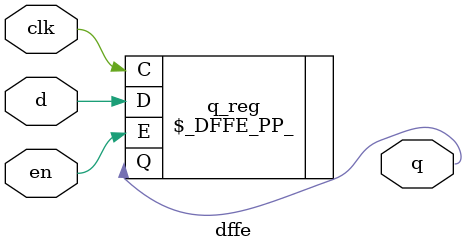
<source format=v>
/* Generated by Yosys 0.55+46 (git sha1 aa1daa702, g++ 11.4.0-1ubuntu1~22.04 -fPIC -O3) */

(* top =  1  *)
(* src = "dut.sv:6.1-15.10" *)
module dffe(d, clk, en, q);
  (* src = "dut.sv:6.23-6.26" *)
  input clk;
  wire clk;
  (* src = "dut.sv:6.20-6.21" *)
  input d;
  wire d;
  (* src = "dut.sv:6.28-6.30" *)
  input en;
  wire en;
  (* init = 1'h0 *)
  (* src = "dut.sv:6.43-6.44" *)
  output q;
  wire q;
  (* \always_ff  = 32'd1 *)
  (* src = "dut.sv:12.4-14.22" *)
  \$_DFFE_PP_  q_reg /* _0_ */ (
    .C(clk),
    .D(d),
    .E(en),
    .Q(q)
  );
endmodule

</source>
